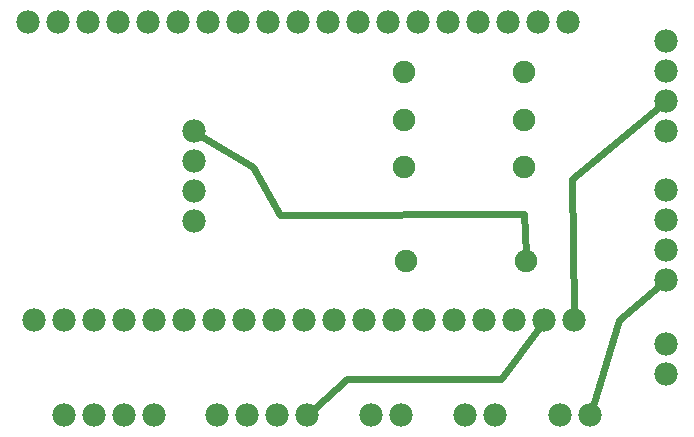
<source format=gbl>
G04 MADE WITH FRITZING*
G04 WWW.FRITZING.ORG*
G04 DOUBLE SIDED*
G04 HOLES PLATED*
G04 CONTOUR ON CENTER OF CONTOUR VECTOR*
%ASAXBY*%
%FSLAX23Y23*%
%MOIN*%
%OFA0B0*%
%SFA1.0B1.0*%
%ADD10C,0.075000*%
%ADD11C,0.078000*%
%ADD12C,0.024000*%
%LNCOPPER0*%
G90*
G70*
G54D10*
X1539Y686D03*
X1939Y686D03*
G54D11*
X2097Y489D03*
X1997Y489D03*
X1897Y489D03*
X1797Y489D03*
X1697Y489D03*
X1597Y489D03*
X1497Y489D03*
X1397Y489D03*
X1297Y489D03*
X1197Y489D03*
X1097Y489D03*
X997Y489D03*
X897Y489D03*
X797Y489D03*
X697Y489D03*
X597Y489D03*
X497Y489D03*
X397Y489D03*
X297Y489D03*
X2079Y1484D03*
X1979Y1484D03*
X1879Y1484D03*
X1779Y1484D03*
X1679Y1484D03*
X1579Y1484D03*
X1479Y1484D03*
X1379Y1484D03*
X1279Y1484D03*
X1179Y1484D03*
X1079Y1484D03*
X979Y1484D03*
X879Y1484D03*
X779Y1484D03*
X679Y1484D03*
X579Y1484D03*
X479Y1484D03*
X379Y1484D03*
X279Y1484D03*
X1521Y174D03*
X1421Y174D03*
X1836Y174D03*
X1736Y174D03*
X2405Y310D03*
X2405Y410D03*
X2151Y174D03*
X2051Y174D03*
X831Y819D03*
X831Y919D03*
X831Y1019D03*
X831Y1119D03*
X2405Y622D03*
X2405Y722D03*
X2405Y822D03*
X2405Y922D03*
X1209Y174D03*
X1109Y174D03*
X1009Y174D03*
X909Y174D03*
X697Y174D03*
X597Y174D03*
X497Y174D03*
X397Y174D03*
X2405Y1419D03*
X2405Y1319D03*
X2405Y1219D03*
X2405Y1119D03*
G54D10*
X1533Y1001D03*
X1933Y1001D03*
X1533Y1316D03*
X1933Y1316D03*
X1533Y1158D03*
X1933Y1158D03*
G54D12*
X2248Y490D02*
X2160Y203D01*
D02*
X2382Y603D02*
X2248Y490D01*
D02*
X1117Y841D02*
X1932Y843D01*
D02*
X1027Y1001D02*
X1117Y841D01*
D02*
X1932Y843D02*
X1938Y714D01*
D02*
X856Y1103D02*
X1027Y1001D01*
D02*
X1342Y292D02*
X1232Y194D01*
D02*
X1855Y292D02*
X1342Y292D01*
D02*
X1980Y465D02*
X1855Y292D01*
D02*
X2090Y961D02*
X2382Y1200D01*
D02*
X2097Y519D02*
X2090Y961D01*
G04 End of Copper0*
M02*
</source>
